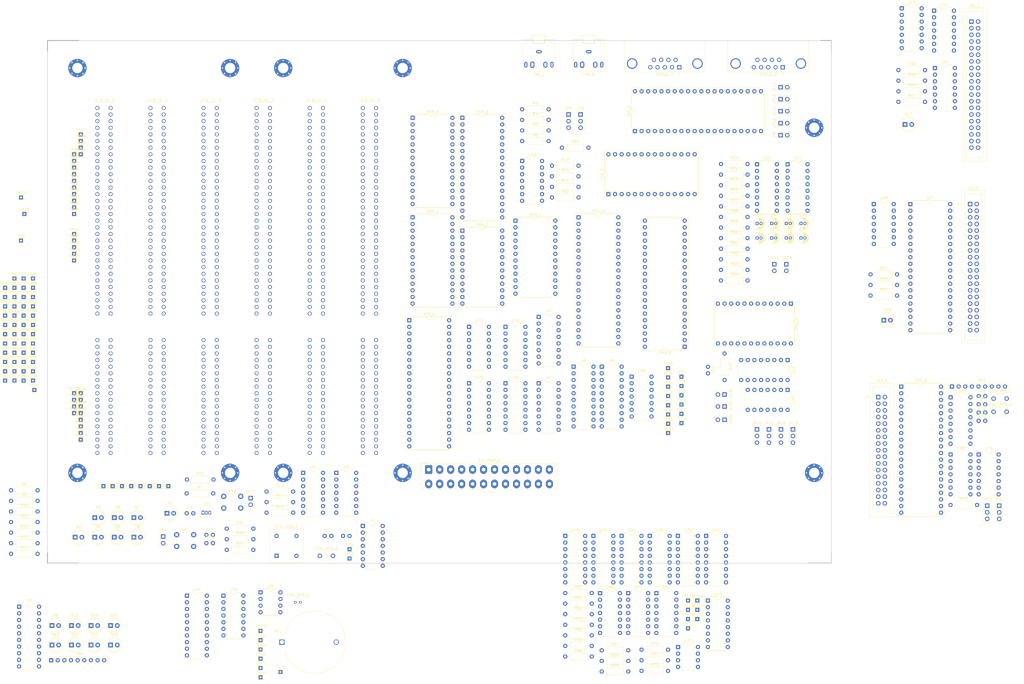
<source format=kicad_pcb>
(kicad_pcb (version 20241229) (generator "pcbnew") (generator_version "9.0")
  (title_block (title "Carbon Z80 Model 150") (date "2025-08-29") (rev "1") (company "Jules Carboni") (comment 1 "Decimal ATX Motherboard (dATX)") (comment 2 "dATX:   300×200 mm") (comment 3 "ISO A4: 297×210 mm"))
  (layers (0 "F.Cu" signal) (2 "B.Cu" signal) (13 "F.Paste" user) (15 "B.Paste" user) (5 "F.SilkS" user "F.Silkscreen") (7 "B.SilkS" user "B.Silkscreen") (1 "F.Mask" user) (3 "B.Mask" user) (25 "Edge.Cuts" user))
  (net 0 "")
  (net 383 "Net-(JP27-B)")
  (net 385 "Net-(FDC_0-CLK2)")
  (net 386 "Net-(D17-K)")
  (net 396 "GND")
  (net 397 "+3.3V")
  (net 398 "+5V")
  (net 399 "+12V")
  (net 400 "-12V")
  (net 401 "PWR_OK")
  (net 402 "-5V")
  (net 403 "PS_ON")
  (net 404 "+5VSB")
  (net 405 "Net-(C2-Pad2)")
  (net 406 "Net-(C2-Pad1)")
  (net 407 "Net-(R2-Pad2)")
  (net 408 "BUSAK")
  (net 409 "CLK")
  (net 410 "RESET")
  (net 411 "MREQ")
  (net 412 "RFSH")
  (net 413 "NMI")
  (net 414 "INT")
  (net 415 "IORQ")
  (net 416 "M1")
  (net 417 "WAIT")
  (net 418 "HALT")
  (net 419 "RD")
  (net 420 "WR")
  (net 421 "BUSRQ")
  (net 422 "Net-(JP4-A)")
  (net 423 "Net-(D1-K)")
  (net 424 "Net-(D2-K)")
  (net 425 "CLK2")
  (net 426 "Net-(D3-K)")
  (net 427 "Net-(D4-K)")
  (net 428 "Net-(D5-K)")
  (net 429 "Net-(D6-K)")
  (net 430 "Net-(D7-K)")
  (net 431 "Net-(D8-K)")
  (net 432 "SEL_RAM")
  (net 433 "Net-(JP5-B)")
  (net 434 "Net-(JP5-A)")
  (net 435 "Net-(JP6-B)")
  (net 436 "SEL_ROM")
  (net 437 "Net-(JP6-A)")
  (net 438 "Net-(R7-Pad2)")
  (net 439 "Net-(R16-Pad2)")
  (net 440 "Net-(R17-Pad2)")
  (net 441 "MA15")
  (net 460 "MA16")
  (net 463 "MA18")
  (net 465 "MA17")
  (net 533 "Net-(C1-Pad2)")
  (net 534 "SEL_CTC")
  (net 535 "IE_1")
  (net 536 "IE_0")
  (net 537 "Net-(D9-K)")
  (net 538 "Net-(D9-A)")
  (net 539 "Net-(D10-A)")
  (net 540 "Net-(D10-K)")
  (net 541 "Net-(D11-K)")
  (net 542 "Net-(D11-A)")
  (net 543 "Net-(D12-A)")
  (net 544 "Net-(D12-K)")
  (net 545 "Net-(D13-A)")
  (net 546 "Net-(D13-K)")
  (net 547 "Net-(D14-K)")
  (net 548 "Net-(D14-A)")
  (net 549 "Net-(D15-K)")
  (net 550 "Net-(D15-A)")
  (net 551 "Net-(D16-A)")
  (net 552 "Net-(D16-K)")
  (net 553 "IE_2")
  (net 554 "IE_3")
  (net 555 "CLK_768")
  (net 556 "Net-(SIO_0-C{slash}~{D})")
  (net 558 "Net-(CTC_0-ZC{slash}TO0)")
  (net 559 "Net-(CTC_0-CLK{slash}TRG0)")
  (net 560 "Net-(JP10-B)")
  (net 561 "Net-(CTC_0-CLK{slash}TRG3)")
  (net 562 "Net-(U10-C1+)")
  (net 563 "Net-(U10-C1-)")
  (net 564 "Net-(U10-C2-)")
  (net 565 "Net-(U10-C2+)")
  (net 566 "Net-(U10-VS+)")
  (net 567 "Net-(U10-VS-)")
  (net 568 "Net-(U11-C1-)")
  (net 569 "Net-(U11-C1+)")
  (net 570 "Net-(U11-C2+)")
  (net 571 "Net-(U11-C2-)")
  (net 572 "Net-(U11-VS+)")
  (net 573 "Net-(U11-VS-)")
  (net 574 "Net-(SIO_0-~{RTSB})")
  (net 575 "Net-(U11-T2I)")
  (net 576 "Net-(U11-R2O)")
  (net 577 "Net-(SIO_0-~{CTSB})")
  (net 578 "Net-(U10-T2I)")
  (net 579 "Net-(U10-R2O)")
  (net 580 "Net-(U11-R1O)")
  (net 581 "RXB")
  (net 582 "TXB")
  (net 583 "Net-(U11-T1I)")
  (net 584 "RXA")
  (net 585 "Net-(U10-R1O)")
  (net 586 "Net-(U10-T1I)")
  (net 587 "TXA")
  (net 588 "Net-(U10-R1I)")
  (net 589 "Net-(U10-T1O)")
  (net 590 "Net-(U10-T2O)")
  (net 591 "Net-(U10-R2I)")
  (net 592 "Net-(U11-R1I)")
  (net 593 "Net-(U11-T2O)")
  (net 594 "Net-(U11-T1O)")
  (net 595 "Net-(U11-R2I)")
  (net 596 "Net-(FDC_0-CLK1)")
  (net 597 "Net-(C17-Pad2)")
  (net 598 "TX")
  (net 599 "RX")
  (net 600 "RTSA")
  (net 601 "TX2")
  (net 602 "CTSA")
  (net 603 "RX2")
  (net 604 "IRQ2")
  (net 605 "IRQ7")
  (net 606 "IRQ1")
  (net 607 "IRQ5")
  (net 609 "IRQ4")
  (net 610 "IRQ3")
  (net 611 "SEL_PIO")
  (net 612 "IRQ_FPU")
  (net 613 "IRQ6")
  (net 614 "IRQ_IDE")
  (net 615 "IRQ0")
  (net 616 "Net-(PIO_0-~{M1})")
  (net 617 "IRQ_FDC")
  (net 618 "Net-(R35-Pad2)")
  (net 619 "RD_FPU")
  (net 622 "Net-(IDE_0-Pin_37)")
  (net 635 "Net-(IDE_0-Pin_39)")
  (net 640 "Net-(IDE_0-Pin_29)")
  (net 642 "Net-(IDE_0-Pin_38)")
  (net 643 "Net-(FPU_0-CLK)")
  (net 644 "WR_FPU")
  (net 645 "Net-(JP27-A)")
  (net 646 "Net-(JP25-A)")
  (net 647 "Net-(U9-Cp)")
  (net 651 "Net-(U4B-A0)")
  (net 652 "ADDRESS")
  (net 653 "Net-(U4A-A0)")
  (net 658 "Net-(D18-K)")
  (net 659 "Net-(IDE_0-Pin_36)")
  (net 662 "Net-(IDE_0-Pin_23)")
  (net 673 "Net-(U8-~{E1})")
  (net 674 "Net-(U12-Pad3)")
  (net 675 "Net-(U13A-~{R})")
  (net 676 "Net-(U13A-Q)")
  (net 679 "Net-(U13B-Q)")
  (net 681 "Net-(U14-Pad3)")
  (net 682 "Net-(IDE_0-Pin_25)")
  (net 683 "Net-(IDE_0-Pin_35)")
  (net 684 "Net-(IDE_0-Pin_1)")
  (net 685 "Net-(IDE_0-Pin_21)")
  (net 686 "Net-(IDE_0-Pin_33)")
  (net 690 "Net-(U12-Pad10)")
  (net 691 "SEL_FDC")
  (net 692 "SEL_FPU")
  (net 693 "Net-(C22-Pad2)")
  (net 694 "Net-(C22-Pad1)")
  (net 695 "Net-(C24-Pad1)")
  (net 696 "Net-(C25-Pad1)")
  (net 697 "Net-(C25-Pad2)")
  (net 698 "Net-(C27-Pad1)")
  (net 699 "Net-(C28-Pad2)")
  (net 700 "Net-(C28-Pad1)")
  (net 710 "Net-(JP29-B)")
  (net 712 "Net-(JP30-B)")
  (net 713 "Net-(FPU_0-RESET)")
  (net 714 "Net-(FPU_0-~{EACK})")
  (net 715 "Net-(R46-Pad2)")
  (net 716 "Net-(R48-Pad2)")
  (net 717 "Net-(FDC_0-~{STEP})")
  (net 718 "Net-(FDC_0-~{DS4}~{MO2})")
  (net 719 "Net-(FDC_0-~{WE})")
  (net 720 "Net-(FDC_0-~{DS3}~{MO1})")
  (net 721 "Net-(FDC_0-~{DS1})")
  (net 722 "Net-(FDC_0-~{WD})")
  (net 723 "Net-(FDC_0-RST)")
  (net 724 "Net-(FDC_0-~{HS})")
  (net 725 "Net-(FDC_0-~{TR00})")
  (net 726 "Net-(FDC_0-~{DS2})")
  (net 727 "Net-(FDC_0-WP)")
  (net 728 "Net-(FDC_0-~{RDD})")
  (net 729 "Net-(FDC_0-~{DIRC})")
  (net 730 "Net-(FDC_0-~{RPM}~{RWC})")
  (net 731 "Net-(JP7-A)")
  (net 732 "Net-(FDC_0-~{DACK})")
  (net 733 "Net-(FDC_0-~{LDCR})")
  (net 734 "Net-(FDC_0-~{LDOR})")
  (net 735 "Net-(FDC_0-TC)")
  (net 736 "Net-(FDC_0-~{CS})")
  (net 737 "Net-(FDD_0-Pin_6)")
  (net 738 "Net-(FDD_0-Pin_3)")
  (net 739 "Net-(JP23-A)")
  (net 740 "Net-(JP23-B)")
  (net 741 "Net-(JP24-A)")
  (net 746 "Net-(U5-P=R)")
  (net 754 "Net-(U6-Q4)")
  (net 759 "Net-(U6-Q1)")
  (net 761 "Net-(U6-Q3)")
  (net 763 "Net-(U6-Q2)")
  (net 765 "Net-(U20-~{Y7})")
  (net 766 "DATA")
  (net 767 "Net-(U20-~{Y1})")
  (net 774 "Net-(U21B-D)")
  (net 775 "Net-(U21A-D)")
  (net 788 "DREQ2")
  (net 790 "BUSREQ")
  (net 791 "DREQ3")
  (net 792 "BUSACK")
  (net 793 "DACK0")
  (net 794 "Net-(IDE_1-Pin_34)")
  (net 795 "DACK2")
  (net 796 "RESET2")
  (net 797 "DACK1")
  (net 798 "DREQ0")
  (net 800 "Net-(IDE_1-Pin_37)")
  (net 801 "DACK3")
  (net 802 "DREQ1")
  (net 803 "SEL_RTC")
  (net 805 "Net-(U24-Cp)")
  (net 806 "Net-(U25-I{slash}O)")
  (net 807 "Net-(BT1-+)")
  (net 808 "Net-(U24-Q3)")
  (net 809 "Net-(U25-X2)")
  (net 810 "Net-(U24-Q2)")
  (net 811 "Net-(U25-X1)")
  (net 812 "Net-(U24-Q4)")
  (net 814 "Net-(U24-Q5)")
  (net 817 "SEL_DMA")
  (net 818 "RDY")
  (net 819 "RDYA")
  (net 820 "RDYB")
  (net 821 "Net-(RAM_2-~{CS})")
  (net 822 "Net-(RAM_1-~{CS})")
  (net 842 "Net-(U1-Pad12)")
  (net 843 "Net-(U1-Pad13)")
  (net 858 "Net-(IDE_1-Pin_39)")
  (net 861 "Net-(IDE_1-Pin_23)")
  (net 864 "Net-(IDE_1-Pin_25)")
  (net 866 "Net-(IDE_1-Pin_29)")
  (net 868 "Net-(IDE_1-Pin_38)")
  (net 893 "TCB")
  (net 894 "Net-(JP35-B)")
  (net 895 "Net-(JP36-B)")
  (net 896 "Net-(U34B-~{Q})")
  (net 897 "Net-(R63-Pad1)")
  (net 898 "Net-(U37-DIS)")
  (net 899 "Net-(R65-Pad1)")
  (net 900 "Net-(C34-Pad2)")
  (net 901 "Net-(R66-Pad2)")
  (net 902 "Net-(R67-Pad1)")
  (net 903 "TAPE_IN_RAW")
  (net 904 "Net-(C35-Pad1)")
  (net 905 "Net-(U43-R2)")
  (net 906 "Net-(U43-R1)")
  (net 907 "Net-(U43-PC2)")
  (net 908 "Net-(U43-VCOin)")
  (net 909 "RCB")
  (net 910 "SEL_SIO")
  (net 912 "TAPE_OUT")
  (net 913 "Net-(C34-Pad1)")
  (net 914 "Net-(JP35-A)")
  (net 918 "Net-(JP2-B)")
  (net 920 "SEL_LIO")
  (net 921 "Net-(U29-~{E1})")
  (net 922 "Net-(U15-Pad1)")
  (net 923 "Net-(U23-Pad3)")
  (net 924 "TAPE_IN")
  (net 928 "Net-(U27-PC3)")
  (net 929 "Net-(U27-PC4)")
  (net 933 "Net-(U27-PC5)")
  (net 936 "Net-(U27-PA7)")
  (net 941 "Net-(U27-PC6)")
  (net 948 "Net-(U27-PC7)")
  (net 953 "SEL_IDE")
  (net 958 "Net-(U27-RESET)")
  (net 959 "TAPE_SPD_H")
  (net 961 "TAPE_SPD_L")
  (net 966 "Net-(U37-THR)")
  (net 967 "Net-(JP38-B)")
  (net 968 "Net-(U37-CV)")
  (net 969 "Net-(U12-Pad8)")
  (net 970 "Net-(U12-Pad11)")
  (net 971 "Net-(U12-Pad13)")
  (net 972 "TAPE_MOTOR")
  (net 1022 "Net-(U8-~{Y6})")
  (net 1023 "Net-(U8-~{Y7})")
  (net 1025 "Net-(U29-~{Y2})")
  (net 1026 "Net-(U29-~{Y0})")
  (net 1027 "Net-(U29-~{Y1})")
  (net 1032 "Net-(U42B-D)")
  (net 1033 "Net-(U39-CEP)")
  (net 1034 "Net-(U43-SigIn)")
  (net 1035 "Net-(TP117-Pad1)")
  (net 1036 "Net-(U16-Q3)")
  (net 1037 "Net-(U34B-J)")
  (net 1038 "SEL_CF")
  (net 1039 "Net-(U16-Q0)")
  (net 1040 "Net-(U16-Q2)")
  (net 1041 "Net-(JP37-A)")
  (net 1043 "Net-(U16-Q1)")
  (net 1053 "Net-(U30-Pad6)")
  (net 1056 "Net-(JP43-B)")
  (net 1057 "Net-(U39-~{MR})")
  (net 1058 "Net-(JP40-B)")
  (net 1059 "Net-(U42A-C)")
  (net 1060 "Net-(U36-Zb)")
  (net 1061 "Net-(U36-Za)")
  (net 1062 "Net-(JP41-B)")
  (net 1063 "Net-(JP42-B)")
  (net 1064 "Net-(U42B-Q)")
  (net 1065 "Net-(U35A-J)")
  (net 1068 "Net-(U38-Pad4)")
  (net 1071 "Net-(U39-Q2)")
  (net 1073 "Net-(U39-Q3)")
  (net 1074 "Net-(U40-Pad10)")
  (net 1075 "Net-(U42A-Q)")
  (net 1077 "Net-(U41-Q3)")
  (net 1081 "Net-(U41-CP)")
  (net 1084 "Net-(U43-C1)")
  (net 1087 "Net-(U43-C2)")
  (footprint "TestPoint:TestPoint_THTPad_1.5x1.5mm_Drill0.7mm" (layer "F.Cu") (at 67.31 205.74 90)
    (property "Reference" "TP5")
    (property "Value" "-12V")
  )
  (footprint "TestPoint:TestPoint_THTPad_1.5x1.5mm_Drill0.7mm" (layer "F.Cu") (at 44.45 187.96)
    (property "Reference" "TP113")
    (property "Value" "DACK3")
  )
  (footprint "Package_DIP:DIP-28_W15.24mm_Socket" (layer "F.Cu") (at 171.45 102.87)
    (property "Reference" "ROM_1")
    (property "Value" "W27C512")
  )
  (footprint "Resistor_THT:R_Axial_DIN0207_L6.3mm_D2.5mm_P10.16mm_Horizontal" (layer "F.Cu") (at 289.47 114.87)
    (property "Reference" "R31")
    (property "Value" "2K2")
  )
  (footprint "Capacitor_THT:CP_Radial_D4.0mm_P1.50mm" (layer "F.Cu") (at 320.099204 110.76)
    (property "Reference" "C14")
    (property "Value" "1uF")
  )
  (footprint "Resistor_THT:R_Axial_DIN0207_L6.3mm_D2.5mm_P10.16mm_Horizontal" (layer "F.Cu") (at 243.83 268.57)
    (property "Reference" "R67")
    (property "Value" "100K")
  )
  (footprint "Resistor_THT:R_Axial_DIN0207_L6.3mm_D2.5mm_P10.16mm_Horizontal" (layer "F.Cu") (at 17.78 219.47)
    (property "Reference" "R11")
    (property "Value" "R")
  )
  (footprint "Connector_PinHeader_2.54mm:PinHeader_1x02_P2.54mm_Vertical" (layer "F.Cu") (at 290.835 180.34 -90)
    (property "Reference" "JP30")
    (property "Value" "FPU_CLKd4")
  )
  (footprint "Resistor_THT:R_Axial_DIN0207_L6.3mm_D2.5mm_P10.16mm_Horizontal" (layer "F.Cu") (at 259.07 268.33)
    (property "Reference" "R70")
    (property "Value" "390K")
  )
  (footprint "TestPoint:TestPoint_THTPad_1.5x1.5mm_Drill0.7mm" (layer "F.Cu") (at 26.15 165.33)
    (property "Reference" "TP96")
    (property "Value" "D14")
  )
  (footprint "TestPoint:TestPoint_THTPad_1.5x1.5mm_Drill0.7mm" (layer "F.Cu") (at 41.91 88.9)
    (property "Reference" "TP14")
    (property "Value" "RD")
  )
  (footprint "TestPoint:TestPoint_THTPad_1.5x1.5mm_Drill0.7mm" (layer "F.Cu") (at 41.91 175.26)
    (property "Reference" "TP104")
    (property "Value" "IRQ6")
  )
  (footprint "Connector_PinHeader_2.54mm:PinHeader_1x02_P2.54mm_Vertical" (layer "F.Cu") (at 290.835 170.67 -90)
    (property "Reference" "JP28")
    (property "Value" "FPU_CLKd1")
  )
  (footprint "Carboni_Library:JC100_Bus_16b" (layer "F.Cu") (at 73.66 60.96)
    (property "Reference" "JCBUS_4")
    (property "Value" "JC100" (hide yes))
  )
  (footprint "Resistor_THT:R_Array_SIP9" (layer "F.Cu") (at 377.87 167.61)
    (property "Reference" "RN2")
    (property "Value" "10K")
  )
  (footprint "Capacitor_THT:C_Disc_D3.0mm_W1.6mm_P2.50mm" (layer "F.Cu") (at 92.53 224.4)
    (property "Reference" "C16")
    (property "Value" "100nF")
  )
  (footprint "TestPoint:TestPoint_THTPad_1.5x1.5mm_Drill0.7mm" (layer "F.Cu") (at 19.05 144.03)
    (property "Reference" "TP66")
    (property "Value" "A16")
  )
  (footprint "HOLE" (layer "F.Cu") (at 101.6048 45.72)
    (property "Reference" "")
    (property "Value" "")
  )
  (footprint "Package_DIP:DIP-14_W7.62mm" (layer "F.Cu") (at 253.96 246.67)
    (property "Reference" "U40")
    (property "Value" "74LS00")
  )
  (footprint "Connector_IDC:IDC-Header_2x20_P2.54mm_Vertical" (layer "F.Cu") (at 385.3275 27.94)
    (property "Reference" "IDE_1")
    (property "Value" "CompactFlash")
  )
  (footprint "Capacitor_THT:CP_Radial_D4.0mm_P1.50mm" (layer "F.Cu") (at 303.284801 105.21)
    (property "Reference" "C7")
    (property "Value" "1uF")
  )
  (footprint "Resistor_THT:R_Axial_DIN0207_L6.3mm_D2.5mm_P10.16mm_Horizontal" (layer "F.Cu") (at 357.3875 46.51)
    (property "Reference" "R38")
    (property "Value" "4K7")
  )
  (footprint "Package_DIP:DIP-8_W7.62mm_Socket" (layer "F.Cu") (at 113.247454 246.38)
    (property "Reference" "U25")
    (property "Value" "DS1302+")
  )
  (footprint "TestPoint:TestPoint_THTPad_1.5x1.5mm_Drill0.7mm" (layer "F.Cu") (at 113.247454 278.88)
    (property "Reference" "TP48")
    (property "Value" "TAPE_MOTOR")
  )
  (footprint "TestPoint:TestPoint_THTPad_1.5x1.5mm_Drill0.7mm" (layer "F.Cu") (at 44.45 73.66)
    (property "Reference" "TP28")
    (property "Value" "RX2")
  )
  (footprint "HOLE" (layer "F.Cu") (at 43.1848 200.66)
    (property "Reference" "")
    (property "Value" "")
  )
  (footprint "Resistor_THT:R_Axial_DIN0207_L6.3mm_D2.5mm_P10.16mm_Horizontal" (layer "F.Cu") (at 289.47 106.77)
    (property "Reference" "R29")
    (property "Value" "2K2")
  )
  (footprint "HOLE" (layer "F.Cu") (at 167.6448 45.72)
    (property "Reference" "")
    (property "Value" "")
  )
  (footprint "Resistor_THT:R_Axial_DIN0207_L6.3mm_D2.5mm_P10.16mm_Horizontal" (layer "F.Cu") (at 213.36 65.56)
    (property "Reference" "R4")
    (property "Value" "10K")
  )
  (footprint "TestPoint:TestPoint_THTPad_1.5x1.5mm_Drill0.7mm" (layer "F.Cu") (at 44.45 185.42)
    (property "Reference" "TP112")
    (property "Value" "DREQ3")
  )
  (footprint "TestPoint:TestPoint_THTPad_1.5x1.5mm_Drill0.7mm" (layer "F.Cu") (at 19.05 126.28)
    (property "Reference" "TP61")
    (property "Value" "A11")
  )
  (footprint "Package_DIP:DIP-16_W7.62mm" (layer "F.Cu") (at 229.87 224.79)
    (property "Reference" "U16")
    (property "Value" "74LS161")
  )
  (footprint "Package_DIP:DIP-14_W7.62mm" (layer "F.Cu") (at 371.0175 23.77)
    (property "Reference" "U17")
    (property "Value" "74LS00")
  )
  (footprint "Package_DIP:DIP-16_W7.62mm_Socket" (layer "F.Cu") (at 314.96 82.55)
    (property "Reference" "U11")
    (property "Value" "MAX232")
  )
  (footprint "TestPoint:TestPoint_THTPad_1.5x1.5mm_Drill0.7mm" (layer "F.Cu") (at 147.32 229.87)
    (property "Reference" "TP9")
    (property "Value" "CLK")
  )
  (footprint "TestPoint:TestPoint_THTPad_1.5x1.5mm_Drill0.7mm" (layer "F.Cu") (at 276.85 256.62)
    (property "Reference" "TP116")
    (property "Value" "TAPE_RD")
  )
  (footprint "Package_DIP:DIP-8_W7.62mm" (layer "F.Cu") (at 273.04 267.3)
    (property "Reference" "U37")
    (property "Value" "LM555xN")
  )
  (footprint "LED_THT:LED_D5.0mm" (layer "F.Cu") (at 55.88 259.08)
    (property "Reference" "D15")
    (property "Value" "L2")
  )
  (footprint "TestPoint:TestPoint_THTPad_1.5x1.5mm_Drill0.7mm" (layer "F.Cu") (at 41.91 99.06)
    (property "Reference" "TP18")
    (property "Value" "WAIT")
  )
  (footprint "TestPoint:TestPoint_THTPad_1.5x1.5mm_Drill0.7mm" (layer "F.Cu") (at 113.247454 271.78)
    (property "Reference" "TP46")
    (property "Value" "TAPE_SPD_H")
  )
  (footprint "Connector_PinHeader_2.54mm:PinHeader_1x02_P2.54mm_Vertical" (layer "F.Cu") (at 314.47 120.79)
    (property "Reference" "JP32")
    (property "Value" "DMA_RDYB")
  )
  (footprint "Package_DIP:DIP-16_W7.62mm" (layer "F.Cu") (at 207.01 166.37)
    (property "Reference" "U8")
    (property "Value" "74HCT138")
  )
  (footprint "Resistor_THT:R_Axial_DIN0207_L6.3mm_D2.5mm_P10.16mm_Horizontal" (layer "F.Cu") (at 224.79 95.25)
    (property "Reference" "R22")
    (property "Value" "100K")
  )
  (footprint "Package_DIP:DIP-40_W15.24mm_Socket" (layer "F.Cu") (at 234.95 102.87)
    (property "Reference" "CPU_0")
    (property "Value" "Z80CPU-DIP")
  )
  (footprint "Capacitor_THT:CP_Radial_D4.0mm_P1.50mm" (layer "F.Cu") (at 320.099204 105.21)
    (property "Reference" "C13")
    (property "Value" "1uF")
  )
  (footprint "Package_DIP:DIP-14_W7.62mm" (layer "F.Cu") (at 207.01 144.78)
    (property "Reference" "U15")
    (property "Value" "74LS02")
  )
  (footprint "TestPoint:TestPoint_THTPad_1.5x1.5mm_Drill0.7mm" (layer "F.Cu") (at 70.86 205.74 90)
    (property "Reference" "TP6")
    (property "Value" "+3.3V")
  )
  (footprint "LED_THT:LED_D5.0mm" (layer "F.Cu") (at 359.9275 67.31)
    (property "Reference" "D17")
    (property "Value" "BUSY_CF")
  )
  (footprint "HOLE" (layer "F.Cu") (at 325.1248 200.66)
    (property "Reference" "")
    (property "Value" "")
  )
  (footprint "Resistor_THT:R_Axial_DIN0207_L6.3mm_D2.5mm_P10.16mm_Horizontal" (layer "F.Cu") (at 259.07 276.43)
    (property "Reference" "R72")
    (property "Value" "390K")
  )
  (footprint "TestPoint:TestPoint_THTPad_1.5x1.5mm_Drill0.7mm" (layer "F.Cu") (at 44.45 71.12)
    (property "Reference" "TP27")
    (property "Value" "TX2")
  )
  (footprint "Package_DIP:DIP-32_W15.24mm_Socket" (layer "F.Cu") (at 190.5 64.77)
    (property "Reference" "RAM_0")
    (property "Value" "AS6C4008")
  )
  (footprint "TestPoint:TestPoint_THTPad_1.5x1.5mm_Drill0.7mm" (layer "F.Cu") (at 274.32 170.96)
    (property "Reference" "TP39")
    (property "Value" "SEL_RTC")
  )
  (footprint "HOLE" (layer "F.Cu") (at 43.1848 45.72)
    (property "Reference" "")
    (property "Value" "")
  )
  (footprint "Connector_PinHeader_2.54mm:PinHeader_1x02_P2.54mm_Vertical" (layer "F.Cu") (at 290.835 175.26 -90)
    (property "Reference" "JP29")
    (property "Value" "FPU_CLKd2")
  )
  (footprint "Resistor_THT:R_Axial_DIN0207_L6.3mm_D2.5mm_P10.16mm_Horizontal" (layer "F.Cu") (at 357.3875 54.61)
    (property "Reference" "R40")
    (property "Value" "4K7")
  )
  (footprint "TestPoint:TestPoint_THTPad_1.5x1.5mm_Drill0.7mm" (layer "F.Cu") (at 19.05 161.78)
    (property "Reference" "TP71")
    (property "Value" "A21")
  )
  (footprint "Resistor_THT:R_Axial_DIN0207_L6.3mm_D2.5mm_P10.16mm_Horizontal" (layer "F.Cu") (at 346.71 124.695)
    (property "Reference" "R52")
    (property "Value" "10K")
  )
  (footprint "Resistor_THT:R_Axial_DIN0207_L6.3mm_D2.5mm_P10.16mm_Horizontal" (layer "F.Cu") (at 213.36 61.51)
    (property "Reference" "R3")
    (property "Value" "10K")
  )
  (footprint "Package_DIP:DIP-14_W7.62mm" (layer "F.Cu") (at 193.045 144.78)
    (property "Reference" "U12")
    (property "Value" "74LS00")
  )
  (footprint "LED_THT:LED_D5.0mm" (layer "F.Cu") (at 64.77 217.8)
    (property "Reference" "D7")
    (property "Value" "3.3V")
  )
  (footprint "TestPoint:TestPoint_THTPad_1.5x1.5mm_Drill0.7mm" (layer "F.Cu") (at 41.91 93.98)
    (property "Reference" "TP19")
    (property "Value" "INT")
  )
  (footprint "TestPoint:TestPoint_THTPad_1.5x1.5mm_Drill0.7mm" (layer "F.Cu") (at 22.6 151.13)
    (property "Reference" "TP80")
    (property "Value" "A30")
  )
  (footprint "Package_DIP:DIP-14_W7.62mm" (layer "F.Cu") (at 388.11 193.62)
    (property "Reference" "U19")
    (property "Value" "74LS04")
  )
  (footprint "TestPoint:TestPoint_THTPad_1.5x1.5mm_Drill0.7mm" (layer "F.Cu") (at 269.24 178.32)
    (property "Reference" "TP34")
    (property "Value" "SEL_RAM")
  )
  (footprint "Resistor_THT:R_Axial_DIN0207_L6.3mm_D2.5mm_P10.16mm_Horizontal" (layer "F.Cu") (at 377.32 212.94)
    (property "Reference" "R42")
    (property "Value" "1K")
  )
  (footprint "Button_Switch_THT:SW_PUSH_6mm" (layer "F.Cu") (at 81.16 224.32)
    (property "Reference" "SW1")
    (property "Value" "RESET")
  )
  (footprint "TestPoint:TestPoint_THTPad_1.5x1.5mm_Drill0.7mm" (layer "F.Cu") (at 276.85 249.52)
    (property "Reference" "TP114")
    (property "Value" "TAPE_RE")
  )
  (footprint "TestPoint:TestPoint_THTPad_1.5x1.5mm_Drill0.7mm" (layer "F.Cu") (at 22.6 154.68)
    (property "Reference" "TP81")
    (property "Value" "A31")
  )
  (footprint "Connector_PinHeader_2.54mm:PinHeader_1x03_P2.54mm_Vertical" (layer "F.Cu") (at 303.24 184.01)
    (property "Reference" "JP16")
    (property "Value" "TX1")
  )
  (footprint "Package_DIP:DIP-14_W7.62mm" (layer "F.Cu") (at 377.33 193.62)
    (property "Reference" "U18")
    (property "Value" "74AHCT125")
  )
  (footprint "Resistor_THT:R_Axial_DIN0207_L6.3mm_D2.5mm_P10.16mm_Horizontal" (layer "F.Cu") (at 289.47 82.47)
    (property "Reference" "R23")
    (property "Value" "2K2")
  )
  (footprint "Connector_PinHeader_2.54mm:PinHeader_1x02_P2.54mm_Vertical" (layer "F.Cu") (at 75.98 225.01)
    (property "Reference" "JP4")
    (property "Value" "RESET")
  )
  (footprint "LED_THT:LED_D5.0mm" (layer "F.Cu") (at 64.77 225.27)
    (property "Reference" "D8")
    (property "Value" "-5V")
  )
  (footprint "TestPoint:TestPoint_THTPad_1.5x1.5mm_Drill0.7mm" (layer "F.Cu") (at 41.91 177.8)
    (property "Reference" "TP105")
    (property "Value" "IRQ7")
  )
  (footprint "TestPoint:TestPoint_THTPad_1.5x1.5mm_Drill0.7mm" (layer "F.Cu") (at 41.91 86.36)
    (property "Reference" "TP15")
    (property "Value" "WR")
  )
  (footprint "Package_DIP:DIP-20_W7.62mm" (layer "F.Cu") (at 233.06 160.02)
    (property "Reference" "U5")
    (property "Value" "74HCT688")
  )
  (footprint "Resistor_THT:R_Axial_DIN0207_L6.3mm_D2.5mm_P10.16mm_Horizontal" (layer "F.Cu") (at 213.36 73.66)
    (property "Reference" "R6")
    (property "Value" "10K")
  )
  (footprint "TestPoint:TestPoint_THTPad_1.5x1.5mm_Drill0.7mm" (layer "F.Cu") (at 44.45 175.26)
    (property "Reference" "TP108")
    (property "Value" "DREQ1")
  )
  (footprint "Connector_PinHeader_2.54mm:PinHeader_1x02_P2.54mm_Vertical" (layer "F.Cu") (at 312.28 57.64 90)
    (property "Reference" "JP13")
    (property "Value" "CLK_SIOB")
  )
  (footprint "TestPoint:TestPoint_THTPad_1.5x1.5mm_Drill0.7mm" (layer "F.Cu") (at 22.6 161.78)
    (property "Reference" "TP83")
    (property "Value" "D1")
  )
  (footprint "Carboni_Library:JC100_Bus_16b" (layer "F.Cu") (at 114.3 60.96)
    (property "Reference" "JCBUS_2")
    (property "Value" "JC100" (hide yes))
  )
  (footprint "Package_DIP:DIP-28_W15.24mm_Socket" (layer "F.Cu") (at 171.45 64.77)
    (property "Reference" "ROM_0")
    (property "Value" "W27C512")
  )
  (footprint "TestPoint:TestPoint_THTPad_1.5x1.5mm_Drill0.7mm" (layer "F.Cu") (at 280.4 249.52)
    (property "Reference" "TP118")
    (property "Value" "TAPE_TD")
  )
  (footprint "LED_THT:LED_D5.0mm" (layer "F.Cu") (at 33.44 266.55)
    (property "Reference" "D10")
    (property "Value" "L7")
  )
  (footprint "LED_THT:LED_D5.0mm" (layer "F.Cu") (at 48.4 266.55)
    (property "Reference" "D14")
    (property "Value" "L3")
  )
  (footprint "Capacitor_THT:C_Disc_D3.0mm_W1.6mm_P2.50mm" (layer "F.Cu") (at 284.485 160.06 -90)
    (property "Reference" "C22")
    (property "Value" "100nF")
  )
  (footprint "Resistor_THT:R_Axial_DIN0207_L6.3mm_D2.5mm_P10.16mm_Horizontal" (layer "F.Cu") (at 84.97 208.5)
    (property "Reference" "R7")
    (property "Value" "R")
  )
  (footprint "Resistor_THT:R_Axial_DIN0207_L6.3mm_D2.5mm_P10.16mm_Horizontal" (layer "F.Cu") (at 115.57 211.85)
    (property "Reference" "R17")
    (property "Value" "100K")
  )
  (footprint "TestPoint:TestPoint_THTPad_1.5x1.5mm_Drill0.7mm" (layer "F.Cu") (at 26.15 140.48)
    (property "Reference" "TP89")
    (property "Value" "D7")
  )
  (footprint "TestPoint:TestPoint_THTPad_1.5x1.5mm_Drill0.7mm" (layer "F.Cu") (at 22.6 133.38)
    (property "Reference" "TP75")
    (property "Value" "A25")
  )
  (footprint "TestPoint:TestPoint_THTPad_1.5x1.5mm_Drill0.7mm" (layer "F.Cu") (at 276.85 260.17)
    (property "Reference" "TP117")
    (property "Value" "TAPE_RB")
  )
  (footprint "TestPoint:TestPoint_THTPad_1.5x1.5mm_Drill0.7mm" (layer "F.Cu") (at 63.76 205.74 90)
    (property "Reference" "TP4")
    (property "Value" "-5V")
  )
  (footprint "Package_DIP:DIP-40_W15.24mm_Socket" (layer "F.Cu") (at 361.95 97.79)
    (property "Reference" "U27")
    (property "Value" "82C55A")
  )
  (footprint "LED_THT:LED_D5.0mm" (layer "F.Cu") (at 351.79 142.235)
    (property "Reference" "D18")
    (property "Value" "BUSY_IDE")
  )
  (footprint "Resistor_THT:R_Axial_DIN0207_L6.3mm_D2.5mm_P10.16mm_Horizontal" (layer "F.Cu") (at 224.79 87.15)
    (property "Reference" "R20")
    (property "Value" "100K")
  )
  (footprint "LED_THT:LED_D5.0mm" (layer "F.Cu") (at 40.92 266.55)
    (property "Reference" "D12")
    (property "Value" "L5")
  )
  (footprint "Connector_PinHeader_2.54mm:PinHeader_1x02_P2.54mm_Vertical" (layer "F.Cu") (at 312.28 62.23 90)
    (property "Reference" "JP12")
    (property "Value" "CTC_SIOA")
  )
  (footprint "TestPoint:TestPoint_THTPad_1.5x1.5mm_Drill0.7mm" (layer "F.Cu") (at 74.41 205.74 90)
    (property "Reference" "TP7")
    (property "Value" "PS_ON")
  )
  (footprint "Connector_PinHeader_2.54mm:PinHeader_1x03_P2.54mm_Vertical" (layer "F.Cu") (at 395.94 213.21)
    (property "Reference" "JP24")
    (property "Value" "FDC_JP2")
  )
  (footprint "Connector_Molex:Molex_Mini-Fit_Jr_5566-24A_2x12_P4.20mm_Vertical" (layer "F.Cu") (at 177.61 199.39)
    (property "Reference" "ATX_PWR_0")
    (property "Value" "Power Supply")
  )
  (footprint "Carboni_Library:JC100_Bus_16b" (layer "F.Cu") (at 134.62 60.96)
    (property "Reference" "JCBUS_1")
    (property "Value" "JC100" (hide yes))
  )
  (footprint "Capacitor_THT:CP_Radial_D4.0mm_P1.50mm" (layer "F.Cu") (at 303.284801 110.76)
    (property "Reference" "C8")
    (property "Value" "1uF")
  )
  (footprint "LED_THT:LED_D5.0mm" (layer "F.Cu") (at 77.47 216.12)
    (property "Reference" "D1")
    (property "Value" "RESET")
  )
  (footprint "LED_THT:LED_D5.0mm" (layer "F.Cu") (at 49.81 225.27)
    (property "Reference" "D4")
    (property "Value" "+5V")
  )
  (footprint "TestPoint:TestPoint_THTPad_1.5x1.5mm_Drill0.7mm" (layer "F.Cu") (at 77.96 205.74 90)
    (property "Reference" "TP8")
    (property "Value" "PWR_OK")
  )
  (footprint "TestPoint:TestPoint_THTPad_1.5x1.5mm_Drill0.7mm" (layer "F.Cu") (at 15.5 129.83)
    (property "Reference" "TP50")
    (property "Value" "A0")
  )
  (footprint "Package_DIP:DIP-16_W7.62mm" (layer "F.Cu") (at 251.43 224.79)
    (property "Reference" "U34")
    (property "Value" "74LS76")
  )
  (footprint "Resistor_THT:R_Axial_DIN0207_L6.3mm_D2.5mm_P10.16mm_Horizontal" (layer "F.Cu") (at 289.47 86.52)
    (property "Reference" "R24")
    (property "Value" "2K2")
  )
  (footprint "Package_DIP:DIP-14_W7.62mm" (layer "F.Cu") (at 152.4 220.98)
    (property "Reference" "U1")
    (property "Value" "74LS04")
  )
  (footprint "TestPoint:TestPoint_THTPad_1.5x1.5mm_Drill0.7mm" (layer "F.Cu") (at 41.91 91.44)
    (property "Reference" "TP11")
    (property "Value" "M1")
  )
  (footprint "Package_DIP:DIP-14_W7.62mm" (layer "F.Cu") (at 99.06 247.65)
    (property "Reference" "U26")
    (property "Value" "74AHCT125")
  )
  (footprint "TestPoint:TestPoint_THTPad_1.5x1.5mm_Drill0.7mm" (layer "F.Cu") (at 19.05 129.83)
    (property "Reference" "TP62")
    (property "Value" "A12")
  )
  (footprint "TestPoint:TestPoint_THTPad_1.5x1.5mm_Drill0.7mm" (layer "F.Cu") (at 15.5 144.03)
    (property "Reference" "TP54")
    (property "Value" "A4")
  )
  (footprint "Resistor_THT:R_Axial_DIN0207_L6.3mm_D2.5mm_P10.16mm_Horizontal" (layer "F.Cu") (at 17.78 207.32)
    (property "Reference" "R8")
    (property "Value" "R")
  )
  (footprint "Resistor_THT:R_Axial_DIN0207_L6.3mm_D2.5mm_P10.16mm_Horizontal" (layer "F.Cu") (at 17.78 231.62)
    (property "Reference" "R14")
    (property "Value" "R")
  )
  (footprint "Resistor_THT:R_Axial_DIN0207_L6.3mm_D2.5mm_P10.16mm_Horizontal" (layer "F.Cu") (at 289.47 122.97)
    (property "Reference" "R33")
    (property "Value" "100K")
  )
  (footprint "Package_DIP:DIP-14_W7.62mm" (layer "F.Cu") (at 213.36 81.28)
    (property "Reference" "U23")
    (property "Value" "74LS32")
  )
  (footprint "TestPoint:TestPoint_THTPad_1.5x1.5mm_Drill0.7mm" (layer "F.Cu") (at 41.91 96.52)
    (property "Reference" "TP20")
    (property "Value" "NMI")
  )
  (footprint "Package_DIP:DIP-16_W7.62mm" (layer "F.Cu") (at 272.99 224.79)
    (property "Reference" "U39")
    (property "Value" "74LS161")
  )
  (footprint "TestPoint:TestPoint_THTPad_1.5x1.5mm_Drill0.7mm" (layer "F.Cu") (at 41.91 111.76)
    (property "Reference" "TP98")
    (property "Value" "IRQ0")
  )
  (footprint "TestPoint:TestPoint_THTPad_1.5x1.5mm_Drill0.7mm" (layer "F.Cu") (at 22.6 158.23)
    (property "Reference" "TP82")
    (property "Value" "D0")
  )
  (footprint "HOLE" (layer "F.Cu") (at 121.9248 45.72)
    (property "Reference" "")
    (property "Value" "")
  )
  (footprint "LED_THT:LED_D5.0mm" (layer "F.Cu") (at 40.92 259.08)
    (property "Reference" "D11")
    (property "Value" "L6")
  )
  (footprint "HOLE" (layer "F.Cu") (at 167.6448 200.66)
    (property "Reference" "")
    (property "Value" "")
  )
  (footprint "Package_DIP:DIP-16_W7.62mm" (layer "F.Cu") (at 193.04 166.37)
    (property "Reference" "U29")
    (property "Value" "74HCT138")
  )
  (footprint "TestPoint:TestPoint_THTPad_1.5x1.5mm_Drill0.7mm" (layer "F.Cu") (at 26.67 168.91)
    (property "Reference" "TP97")
    (property "Value" "D15")
  )
  (footprint "TestPoint:TestPoint_THTPad_1.5x1.5mm_Drill0.7mm" (layer "F.Cu") (at 41.91 170.18)
    (property "Reference" "TP102")
    (property "Value" "IRQ4")
  )
  (footprint "Capacitor_THT:C_Disc_D3.0mm_W1.6mm_P2.50mm" (layer "F.Cu") (at 85.01 216.12)
    (property "Reference" "C3")
    (property "Value" "1nF")
  )
  (footprint "Package_DIP:DIP-24_W15.24mm_Socket" (layer "F.Cu") (at 316.235 135.89 -90)
    (property "Reference" "FPU_0")
    (property "Value" "Am9511")
  )
  (footprint "TestPoint:TestPoint_THTPad_1.5x1.5mm_Drill0.7mm" (layer "F.Cu") (at 19.05 147.58)
    (property "Reference" "TP67")
    (property "Value" "A17")
  )
  (footprint "Package_DIP:DIP-14_W7.62mm" (layer "F.Cu") (at 129.54 200.66)
    (property "Reference" "U3")
    (property "Value" "74AHCT125")
  )
  (footprint "Package_DIP:DIP-16_W7.62mm" (layer "F.Cu") (at 314.965 157.48 -90)
    (property "Reference" "U22")
    (property "Value" "74LS139")
  )
  (footprint "LED_THT:LED_D5.0mm" (layer "F.Cu") (at 33.44 259.08)
    (property "Reference" "D9")
    (property "Value" "L8")
  )
  (footprint "Connector_PinHeader_2.54mm:PinHeader_1x03_P2.54mm_Vertical" (layer "F.Cu") (at 235.73 63.5)
    (property "Reference" "JP6")
    (property "Value" "ROM_SELECT")
  )
  (footprint "Connector_Audio:Jack_3.5mm_CUI_SJ1-3525N_Horizontal" (layer "F.Cu") (at 219.79 39.45 180)
    (property "Reference" "TRS_1")
    (property "Value" "TAPE_OUT")
    (fp_line (start 2.2 4.5) (end 6.5 4.5) (stroke (width 0.12)) (layer "Edge.Cuts"))
    (fp_line (start 2.2 3.5) (end 2.2 4.5) (stroke (width 0.12)) (layer "Edge.Cuts"))
    (fp_line (start 1.8 3.1) (end -1.8 3.1) (stroke (width 0.12)) (layer "Edge.Cuts"))
    (fp_line (start -2.2 4.5) (end -6.5 4.5) (stroke (width 0.12)) (layer "Edge.Cuts"))
    (fp_line (start -2.2 3.5) (end -2.2 4.5) (stroke (width 0.12)) (layer "Edge.Cuts"))
    (fp_arc (start 1.8 3.1) (mid 2.082843 3.217157) (end 2.2 3.5) (stroke (width 0.12)) (layer "Edge.Cuts"))
    (fp_arc (start -2.2 3.5) (mid -2.082842 3.217158) (end -1.8 3.1) (stroke (width 0.12)) (layer "Edge.Cuts"))
  )
  (footprint "TestPoint:TestPoint_THTPad_1.5x1.5mm_Drill0.7mm" (layer "F.Cu") (at 44.45 177.8)
    (property "Reference" "TP109")
    (property "Value" "DACK1")
  )
  (footprint "Package_DIP:DIP-40_W15.24mm_Socket" (layer "F.Cu") (at 358.45 167.64)
    (property "Reference" "FDC_0")
    (property "Value" "GM82C765B")
  )
  (footprint "TestPoint:TestPoint_THTPad_1.5x1.5mm_Drill0.7mm" (layer "F.Cu") (at 41.91 83.82)
    (property "Reference" "TP13")
    (property "Value" "IORQ")
  )
  (footprint "TestPoint:TestPoint_THTPad_1.5x1.5mm_Drill0.7mm" (layer "F.Cu") (at 15.5 154.68)
    (property "Reference" "TP57")
    (property "Value" "A7")
  )
  (footprint "Connector_IDC:IDC-Header_2x20_P2.54mm_Vertical" (layer "F.Cu") (at 384.81 97.785)
    (property "Reference" "IDE_0")
    (property "Value" "IDE_Full")
  )
  (footprint "TestPoint:TestPoint_THTPad_1.5x1.5mm_Drill0.7mm" (layer "F.Cu") (at 19.05 140.48)
    (property "Reference" "TP65")
    (property "Value" "A15")
  )
  (footprint "Package_DIP:DIP-24_W15.24mm_Socket" (layer "F.Cu") (at 190.5 107.95)
    (property "Reference" "RAM_2")
    (property "Value" "IDT6116")
  )
  (footprint "LED_THT:LED_D5.0mm" (layer "F.Cu") (at 49.81 217.8)
    (property "Reference" "D3")
    (property "Value" "CLK2")
  )
  (footprint "Resistor_THT:R_Axial_DIN0207_L6.3mm_D2.5mm_P10.16mm_Horizontal" (layer "F.Cu") (at 289.47 110.82)
    (property "Reference" "R30")
    (property "Value" "2K2")
  )
  (footprint "Package_DIP:DIP-14_W7.62mm" (layer "F.Cu") (at 371.3575 45.72)
    (property "Reference" "U14")
    (property "Value" "74LS32")
  )
  (footprint "Connector_PinHeader_2.54mm:PinHeader_1x03_P2.54mm_Vertical" (layer "F.Cu") (at 307.83 184.01)
    (property "Reference" "JP17")
    (property "Value" "RX1")
  )
  (footprint "Capacitor_THT:C_Disc_D3.0mm_W1.6mm_P2.50mm" (layer "F.Cu") (at 388.1 174.42)
    (property "Reference" "C25")
    (property "Value" "100nF")
  )
  (footprint "TestPoint:TestPoint_THTPad_1.5x1.5mm_Drill0.7mm" (layer "F.Cu") (at 120.867454 276.86)
    (property "Reference" "TP49")
    (property "Value" "CLK_768")
  )
  (footprint "LED_THT:LED_D5.0mm" (layer "F.Cu") (at 48.4 259.08)
    (property "Reference" "D13")
    (property "Value" "L4")
  )
  (footprint "Capacitor_THT:CP_Radial_D4.0mm_P1.50mm" (layer "F.Cu") (at 308.889602 110.76)
    (property "Reference" "C10")
    (property "Value" "1uF")
  )
  (footprint "TestPoint:TestPoint_THTPad_1.5x1.5mm_Drill0.7mm" (layer "F.Cu") (at 274.32 174.51)
    (property "Reference" "TP40")
    (property "Value" "SEL_FPU")
  )
  (footprint "Resistor_THT:R_Axial_DIN0207_L6.3mm_D2.5mm_P10.16mm_Horizontal" (layer "F.Cu") (at 115.57 215.9)
    (property "Reference" "R18")
    (property "Value" "4K7")
  )
  (footprint "Carboni_Library:JC100_Bus_16b" (layer "F.Cu") (at 53.34 60.96)
    (property "Reference" "JCBUS_5")
    (property "Value" "JC100" (hide yes))
  )
  (footprint "TestPoint:TestPoint_THTPad_1.5x1.5mm_Drill0.7mm" (layer "F.Cu") (at 44.45 78.74)
    (property "Reference" "TP26")
    (property "Value" "RX")
  )
  (footprint "Capacitor_THT:C_Disc_D3.0mm_W1.6mm_P2.50mm" (layer "F.Cu") (at 388.1 171.27)
    (property "Reference" "C24")
    (property "Value" "120pF")
  )
  (footprint "TestPoint:TestPoint_THTPad_1.5x1.5mm_Drill0.7mm" (layer "F.Cu") (at 19.05 136.93)
    (property "Reference" "TP64")
    (property "Value" "A14")
  )
  (footprint "Resistor_THT:R_Axial_DIN0207_L6.3mm_D2.5mm_P10.16mm_Horizontal" (layer "F.Cu") (at 100.33 230.11)
    (property "Reference" "R37")
    (property "Value" "10K")
  )
  (footprint "Package_DIP:DIP-16_W7.62mm" (layer "F.Cu") (at 283.77 224.79)
    (property "Reference" "U41")
    (property "Value" "74LS161")
  )
  (footprint "TestPoint:TestPoint_THTPad_1.5x1.5mm_Drill0.7mm" (layer "F.Cu") (at 26.15 136.93)
    (property "Reference" "TP88")
    (property "Value" "D6")
  )
  (footprint "HOLE" (layer "F.Cu") (at 121.9248 200.66)
    (property "Reference" "")
    (property "Value" "")
  )
  (footprint "Package_DIP:DIP-14_W7.62mm" (layer "F.Cu") (at 255.27 163.83)
    (property "Reference" "U30")
    (property "Value" "74LS08")
  )
  (footprint "Carboni_Library:JC100_Bus_16b" (layer "F.Cu") (at 93.98 60.96)
    (property "Reference" "JCBUS_3")
    (property "Value" "JC100" (hide yes))
  )
  (footprint "Package_TO_SOT_THT:TO-92L_Inline" (layer "F.Cu") (at 91.27 215.9)
    (property "Reference" "U2")
    (property "Value" "DS1233")
  )
  (footprint "TestPoint:TestPoint_THTPad_1.5x1.5mm_Drill0.7mm" (layer "F.Cu") (at 41.91 109.22)
    (property "Reference" "TP16")
    (property "Value" "RFSH")
  )
  (footprint "TestPoint:TestPoint_THTPad_1.5x1.5mm_Drill0.7mm" (layer "F.Cu") (at 26.15 161.78)
    (property "Reference" "TP95")
    (property "Value" "D13")
  )
  (footprint "TestPoint:TestPoint_THTPad_1.5x1.5mm_Drill0.7mm" (layer "F.Cu") (at 44.45 170.18)
    (property "Reference" "TP106")
    (property "Value" "DREQ0")
  )
  (footprint "TestPoint:TestPoint_THTPad_1.5x1.5mm_Drill0.7mm" (layer "F.Cu") (at 113.247454 261.13)
    (property "Reference" "TP43")
    (property "Value" "TAPE_IN")
  )
  (footprint "TestPoint:TestPoint_THTPad_1.5x1.5mm_Drill0.7mm" (layer "F.Cu") (at 22.6 147.58)
    (property "Reference" "TP79")
    (property "Value" "A29")
  )
  (footprint "Resistor_THT:R_Axial_DIN0207_L6.3mm_D2.5mm_P10.16mm_Horizontal" (layer "F.Cu") (at 115.57 207.8)
    (property "Reference" "R16")
    (property "Value" "10K")
  )
  (footprint "TestPoint:TestPoint_THTPad_1.5x1.5mm_Drill0.7mm" (layer "F.Cu") (at 269.24 160.57)
    (property "Reference" "TP29")
    (property "Value" "MA15")
  )
  (footprint "Package_DIP:DIP-28_W15.24mm_Socket" (layer "F.Cu") (at 246.38 93.98 90)
    (property "Reference" "CTC_0")
    (property "Value" "CTC-DIP-28")
  )
  (footprint "Connector_IDC:IDC-Header_2x17_P2.54mm_Vertical" (layer "F.Cu") (at 349.655 171.65)
    (property "Reference" "FDD_0")
    (property "Value" "Floppy_IBM")
  )
  (footprint "Capacitor_THT:C_Disc_D3.0mm_W1.6mm_P2.50mm" (layer "F.Cu") (at 92.53 227.55)
    (property "Reference" "C17")
    (property "Value" "100nF")
  )
  (footprint "Package_DIP:DIP-14_W7.62mm" (layer "F.Cu") (at 243.18 246.67)
    (property "Reference" "U38")
    (property "Value" "4070")
  )
  (footprint "Resistor_THT:R_Axial_DIN0207_L6.3mm_D2.5mm_P10.16mm_Horizontal" (layer "F.Cu") (at 357.3875 50.56)
    (property "Reference" "R39")
    (property "Value" "4K7")
  )
  (footprint "TestPoint:TestPoint_THTPad_1.5x1.5mm_Drill0.7mm" (layer "F.Cu") (at 113.247454 275.33)
    (property "Reference" "TP47")
    (property "Value" "TAPE_SPD_L")
  )
  (footprint "LED_THT:LED_D5.0mm" (layer "F.Cu") (at 57.29 225.27)
    (property "Reference" "D6")
    (property "Value" "-12V")
  )
  (footprint "TestPoint:TestPoint_THTPad_1.5x1.5mm_Drill0.7mm" (layer "F.Cu") (at 15.5 136.93)
    (property "Reference" "TP52")
    (property "Value" "A2")
  )
  (footprint "TestPoint:TestPoint_THTPad_1.5x1.5mm_Drill0.7mm" (layer "F.Cu") (at 19.05 133.38)
    (property "Reference" "TP63")
    (property "Value" "A13")
  )
  (footprint "TestPoint:TestPoint_THTPad_1.5x1.5mm_Drill0.7mm" (layer "F.Cu") (at 22.6 136.93)
    (property "Reference" "TP76")
    (property "Value" "A26")
  )
  (footprint "Resistor_THT:R_Axial_DIN0207_L6.3mm_D2.5mm_P10.16mm_Horizontal" (layer "F.Cu") (at 229.86 262.84)
    (property "Reference" "R64")
    (property "Value" "2K2")
  )
  (footprint "LED_THT:LED_D5.0mm" (layer "F.Cu") (at 42.33 225.27)
    (property "Reference" "D2")
    (property "Value" "CLK")
  )
  (footprint "Resistor_THT:R_Axial_DIN0207_L6.3mm_D2.5mm_P10.16mm_Horizontal" (layer "F.Cu") (at 229.86 254.74)
    (property "Reference" "R62")
    (property "Value" "56K")
  )
  (footprint "TestPoint:TestPoint_THTPad_1.5x1.5mm_Drill0.7mm" (layer "F.Cu") (at 44.45 172.72)
    (property "Reference" "TP107")
    (property "Value" "DACK0")
  )
  (footprint "Connector_PinHeader_2.54mm:PinHeader_1x02_P2.54mm_Vertical" (layer "F.Cu") (at 109.475 210.325)
    (property "Reference" "JP27")
    (property "Value" "POWER")
  )
  (footprint "TestPoint:TestPoint_THTPad_1.5x1.5mm_Drill0.7mm" (layer "F.Cu") (at 15.5 161.78)
    (property "Reference" "TP59")
    (property "Value" "A9")
  )
  (footprint "TestPoint:TestPoint_THTPad_1.5x1.5mm_Drill0.7mm" (layer "F.Cu") (at 19.05 158.23)
    (property "Reference" "TP70")
    (property "Value" "A20")
  )
  (footprint "Oscillator:Oscillator_DIP-8" (layer "F.Cu") (at 119.38 232.41)
    (property "Reference" "XTAL_OSC_0")
    (property "Value" "Crystal Oscillator")
  )
  (footprint "Resistor_THT:R_Axial_DIN0207_L6.3mm_D2.5mm_P10.16mm_Horizontal" (layer "F.Cu") (at 290.835 154.98 -90)
    (property "Reference" "R44")
    (property "Value" "10K")
  )
  (footprint "TestPoint:TestPoint_THTPad_1.5x1.5mm_Drill0.7mm" (layer "F.Cu") (at 15.5 140.48)
    (property "Reference" "TP53")
    (property "Value" "A3")
  )
  (footprint "Resistor_THT:R_Axial_DIN0207_L6.3mm_D2.5mm_P10.16mm_Horizontal" (layer "F.Cu") (at 17.78 227.57)
    (property "Reference" "R13")
    (property "Value" "R")
  )
  (footprint "TestPoint:TestPoint_THTPad_1.5x1.5mm_Drill0.7mm" (layer "F.Cu") (at 15.5 151.13)
    (property "Reference" "TP56")
    (property "Value" "A6")
  )
  (footprint "Capacitor_THT:C_Disc_D3.0mm_W1.6mm_P2.50mm" (layer "F.Cu") (at 144.82 224.79)
    (property "Reference" "C2")
    (property "Value" "100nF")
  )
  (footprint "HOLE" (layer "F.Cu") (at 101.6048 200.66)
    (property "Reference" "")
    (property "Value" "")
  )
  (footprint "TestPoint:TestPoint_THTPad_1.5x1.5mm_Drill0.7mm" (layer "F.Cu") (at 26.15 129.83)
    (property "Reference" "TP86")
    (property "Value" "D4")
  )
  (footprint "Resistor_THT:R_Axial_DIN0207_L6.3mm_D2.5mm_P10.16mm_Horizontal" (layer "F.Cu") (at 259.07 272.38)
    (property "Reference" "R71")
    (property "Value" "22K")
  )
  (footprint "Resistor_THT:R_Axial_DIN0207_L6.3mm_D2.5mm_P10.16mm_Horizontal" (layer "F.Cu") (at 289.47 102.72)
    (property "Reference" "R28")
    (property "Value" "100K")
  )
  (footprint "TestPoint:TestPoint_THTPad_1.5x1.5mm_Drill0.7mm" (layer "F.Cu") (at 22.6 129.83)
    (property "Reference" "TP74")
    (property "Value" "A24")
  )
  (footprint "Connector_PinHeader_2.54mm:PinHeader_1x03_P2.54mm_Vertical" (layer "F.Cu") (at 317.01 184.01)
    (property "Reference" "JP19")
    (property "Value" "RX2")
  )
  (footprint "Connector_PinHeader_2.54mm:PinHeader_1x02_P2.54mm_Vertical" (layer "F.Cu") (at 312.28 66.82 90)
    (property "Reference" "JP10")
    (property "Value" "CLK_SIOA")
  )
  (footprint "TestPoint:TestPoint_THTPad_1.5x1.5mm_Drill0.7mm" (layer "F.Cu") (at 41.91 114.3)
    (property "Reference" "TP99")
    (property "Value" "IRQ1")
  )
  (footprint "TestPoint:TestPoint_THTPad_1.5x1.5mm_Drill0.7mm" (layer "F.Cu") (at 15.5 147.58)
    (property "Reference" "TP55")
    (property "Value" "A5")
  )
  (footprint "TestPoint:TestPoint_THTPad_1.5x1.5mm_Drill0.7mm" (layer "F.Cu") (at 22.6 140.48)
    (property "Reference" "TP77")
    (property "Value" "A27")
  )
  (footprint "Resistor_THT:R_Axial_DIN0207_L6.3mm_D2.5mm_P10.16mm_Horizontal" (layer "F.Cu") (at 224.79 91.2)
    (property "Reference" "R21")
    (property "Value" "100K")
  )
  (footprint "Package_DIP:DIP-16_W7.62mm" (layer "F.Cu") (at 262.21 224.79)
    (property "Reference" "U35")
    (property "Value" "74LS76")
  )
  (footprint "HOLE" (layer "F.Cu") (at 325.1248 68.58)
    (property "Reference" "")
    (property "Value" "")
  )
  (footprint "Package_DIP:DIP-20_W7.62mm" (layer "F.Cu") (at 85.09 247.65)
    (property "Reference" "U24")
    (property "Value" "74HCT273")
  )
  (footprint "TestPoint:TestPoint_THTPad_1.5x1.5mm_Drill0.7mm" (layer "F.Cu") (at 269.24 171.22)
    (property "Reference" "TP32")
    (property "Value" "MA18")
  )
  (footprint "TestPoint:TestPoint_THTPad_1.5x1.5mm_Drill0.7mm" (layer "F.Cu") (at 26.15 158.23)
    (property "Reference" "TP94")
    (property "Value" "D12")
  )
  (footprint "Connector_PinHeader_2.54mm:PinHeader_1x02_P2.54mm_Vertical" (layer "F.Cu") (at 312.28 53.05 90)
    (property "Reference" "JP14")
    (property "Value" "CLK2_SIOB")
  )
  (footprint "TestPoint:TestPoint_THTPad_1.5x1.5mm_Drill0.7mm" (layer "F.Cu") (at 22.86 101.6)
    (property "Reference" "TP23")
    (property "Value" "BUSAK")
  )
  (footprint "TestPoint:TestPoint_THTPad_1.5x1.5mm_Drill0.7mm" (layer "F.Cu") (at 53.11 205.74 90)
    (property "Reference" "TP1")
    (property "Value" "GND")
  )
  (footprint "TestPoint:TestPoint_THTPad_1.5x1.5mm_Drill0.7mm" (layer "F.Cu") (at 26.15 144.03)
    (property "Reference" "TP90")
    (property "Value" "D8")
  )
  (footprint "Resistor_THT:R_Axial_DIN0207_L6.3mm_D2.5mm_P10.16mm_Horizontal" (layer "F.Cu") (at 243.83 276.67)
    (property "Reference" "R69")
    (property "Value" "100K")
  )
  (footprint "Crystal:Resonator-2Pin_W6.0mm_H3.0mm" (layer "F.Cu") (at 393.8 177.27)
    (property "Reference" "XTAL_RES_2")
    (property "Value" "XTAL FDC 9.6MHz")
  )
  (footprint "TestPoint:TestPoint_THTPad_1.5x1.5mm_Drill0.7mm" (layer "F.Cu") (at 15.5 133.38)
    (property "Reference" "TP51")
    (property "Value" "A1")
  )
  (footprint "Connector_Dsub:DSUB-9_Pins_Horizontal_P2.77x2.84mm_EdgePinOffset7.70mm_Housed_MountingHolesOffset9.12mm" (layer "F.Cu") (at 313.11 45.425331 180)
    (property "Reference" "SERIAL_0")
    (property "Value" "DE9_Pins")
  )
  (footprint "Package_DIP:DIP-16_W7.62mm_Socket" (layer "F.Cu") (at 284.47 249.52)
    (property "Reference" "U43")
    (property "Value" "4046")
  )
  (footprint "Resistor_THT:R_Axial_DIN0207_L6.3mm_D2.5mm_P10.16mm_Horizontal" (layer "F.Cu") (at 357.3875 58.66)
    (property "Reference" "R41")
    (property "Value" "4K7")
  )
  (footprint "Package_DIP:DIP-20_W7.62mm" (layer "F.Cu") (at 243.84 160.02)
    (property "Reference" "U6")
    (property "Value" "74HCT273")
  )
  (footprint "Resistor_THT:R_Axial_DIN0207_L6.3mm_D2.5mm_P10.16mm_Horizontal" (layer "F.Cu") (at 224.79 83.1)
    (property "Reference" "R19")
    (property "Value" "100K")
  )
  (footprint "TestPoint:TestPoint_THTPad_1.5x1.5mm_Drill0.7mm" (layer "F.Cu") (at 41.91 78.74)
    (property "Reference" "TP21")
    (property "Value" "RESET")
  )
  (footprint "Resistor_THT:R_Axial_DIN0207_L6.3mm_D2.5mm_P10.16mm_Horizontal" (layer "F.Cu") (at 213.36 69.61)
    (property "Reference" "R5")
    (property "Value" "10K")
  )
  (footprint "Package_DIP:DIP-14_W7.62mm" (layer "F.Cu") (at 314.965 168.91 -90)
    (property "Reference" "U21")
    (property "Value" "74LS74")
  )
  (footprint "TestPoint:TestPoint_THTPad_1.5x1.5mm_Drill0.7mm" (layer "F.Cu") (at 274.32 181.61)
    (property "Reference" "TP42")
    (property "Value" "SEL_IDE")
  )
  (footprint "Resistor_THT:R_Axial_DIN0207_L6.3mm_D2.5mm_P10.16mm_Horizontal" (layer "F.Cu") (at 289.47 90.57)
    (property "Reference" "R25")
    (property "Value" "2K2")
  )
  (footprint "Battery:BatteryHolder_MYOUNG_BS-07-A1BJ001_CR2032" (layer "F.Cu") (at 121.44 265.43)
    (property "Reference" "BT1")
    (property "Value" "BATT_RTC")
  )
  (footprint "TestPoint:TestPoint_THTPad_1.5x1.5mm_Drill0.7mm" (layer "F.Cu") (at 26.15 133.38)
    (property "Reference" "TP87")
    (property "Value" "D5")
  )
  (footprint "Resistor_THT:R_Axial_DIN0207_L6.3mm_D2.5mm_P10.16mm_Horizontal" (layer "F.Cu") (at 229.86 250.69)
    (property "Reference" "R61")
    (property "Value" "560R")
  )
  (footprint "Crystal:Crystal_Round_D3.0mm_Vertical" (layer "F.Cu") (at 126.587454 250.19)
    (property "Reference" "XTAL_RES_3")
    (property "Value" "XTAL RTC 32KHz")
  )
  (footprint "Package_DIP:DIP-24_W15.24mm_Socket" (layer "F.Cu") (at 210.825 104.14)
    (property "Reference" "RAM_1")
    (property "Value" "IDT6116")
  )
  (footprint "TestPoint:TestPoint_THTPad_1.5x1.5mm_Drill0.7mm" (layer "F.Cu") (at 21.59 95.25)
    (property "Reference" "TP22")
    (property "Value" "BUSRQ")
  )
  (footprint "TestPoint:TestPoint_THTPad_1.5x1.5mm_Drill0.7mm" (layer "F.Cu") (at 113.247454 268.23)
    (property "Reference" "TP45")
    (property "Value" "TAPE_OUT")
  )
  (footprint "TestPoint:TestPoint_THTPad_1.5x1.5mm_Drill0.7mm" (layer "F.Cu") (at 41.91 119.38)
    (property "Reference" "TP101")
    (property "Value" "IRQ3")
  )
  (footprint "Package_DIP:DIP-16_W7.62mm" (layer "F.Cu") (at 219.71 166.37)
    (property "Reference" "U4")
    (property "Value" "74HCT139")
  )
  (footprint "Resistor_THT:R_Axial_DIN0207_L6.3mm_D2.5mm_P10.16mm_Horizontal" (layer "F.Cu") (at 228.6 76.2)
    (property "Reference" "R50")
    (property "Value" "100K")
  )
  (footprint "TestPoint:TestPoint_THTPad_1.5x1.5mm_Drill0.7mm" (layer "F.Cu") (at 274.32 167.41)
    (property "Reference" "TP38")
    (property "Value" "SEL_DMA")
  )
  (footprint "TestPoint:TestPoint_THTPad_1.5x1.5mm_Drill0.7mm" (layer "F.Cu") (at 41.91 172.72)
    (property "Reference" "TP103")
    (property "Value" "IRQ5")
  )
  (footprint "TestPoint:TestPoint_THTPad_1.5x1.5mm_Drill0.7mm" (layer "F.Cu") (at 274.32 178.06)
    (property "Reference" "TP41")
    (property "Value" "SEL_FDC")
  )
  (footprint "Carboni_Library:JC100_Bus_16b" (layer "F.Cu") (at 154.94 60.96)
    (property "Reference" "JCBUS_0")
    (property "Value" "JC100" (hide yes))
  )
  (footprint "TestPoint:TestPoint_THTPad_1.5x1.5mm_Drill0.7mm" (layer "F.Cu") (at 19.05 165.33)
    (property "Reference" "TP72")
    (property "Value" "A22")
  )
  (footprint "Package_DIP:DIP-40_W15.24mm_Socket" (layer "F.Cu") (at 170.18 142.24)
    (property "Reference" "PIO_0")
    (property "Value" "PIO-DIP-40")
  )
  (footprint "Connector_Audio:Jack_3.5mm_CUI_SJ1-3525N_Horizontal" (layer "F.Cu") (at 238.84 39.45 180)
    (property "Reference" "TRS_0")
    (property "Value" "TAPE_IN")
    (fp_line (start 2.2 4.5) (end 6.5 4.5) (stroke (width 0.12)) (layer "Edge.Cuts"))
    (fp_line (start 2.2 3.5) (end 2.2 4.5) (stroke (width 0.12)) (layer "Edge.Cuts"))
    (fp_line (start 1.8 3.1) (end -1.8 3.1) (stroke (width 0.12)) (layer "Edge.Cuts"))
    (fp_line (start -2.2 4.5) (end -6.5 4.5) (stroke (width 0.12)) (layer "Edge.Cuts"))
    (fp_line (start -2.2 3.5) (end -2.2 4.5) (stroke (width 0.12)) (layer "Edge.Cuts"))
    (fp_arc (start 1.8 3.1) (mid 2.082843 3.217157) (end 2.2 3.5) (stroke (width 0.12)) (layer "Edge.Cuts"))
    (fp_arc (start -2.2 3.5) (mid -2.082842 3.217158) (end -1.8 3.1) (stroke (width 0.12)) (layer "Edge.Cuts"))
  )
  (footprint "TestPoint:TestPoint_THTPad_1.5x1.5mm_Drill0.7mm" (layer "F.Cu") (at 60.21 205.74 90)
    (property "Reference" "TP3")
    (property "Value" "+12V")
  )
  (footprint "TestPoint:TestPoint_THTPad_1.5x1.5mm_Drill0.7mm" (layer "F.Cu") (at 56.66 205.74 90)
    (property "Reference" "TP2")
    (property "Value" "+5V")
  )
  (footprint "TestPoint:TestPoint_THTPad_1.5x1.5mm_Drill0.7mm" (layer "F.Cu") (at 26.15 154.68)
    (property "Reference" "TP93")
    (property "Value" "D11")
  )
  (footprint "Resistor_THT:R_Axial_DIN0207_L6.3mm_D2.5mm_P10.16mm_Horizontal" (layer "F.Cu") (at 346.71 132.795)
    (property "Reference" "R54")
    (property "Value" "10K")
  )
  (footprint "Package_DIP:DIP-40_W15.24mm_Socket" (layer "F.Cu") (at 275.59 152.4 180)
    (property "Reference" "DMA_0")
    (property "Value" "DMA-DIP-40")
  )
  (footprint "TestPoint:TestPoint_THTPad_1.5x1.5mm_Drill0.7mm" (layer "F.Cu") (at 41.91 101.6)
    (property "Reference" "TP17")
    (property "Value" "HALT")
  )
  (footprint "TestPoint:TestPoint_THTPad_1.5x1.5mm_Drill0.7mm" (layer "F.Cu") (at 280.4 256.62)
    (property "Reference" "TP120")
    (property "Value" "TAPE_RC")
  )
  (footprint "TestPoint:TestPoint_THTPad_1.5x1.5mm_Drill0.7mm" (layer "F.Cu") (at 41.91 81.28)
    (property "Reference" "TP12")
    (property "Value" "MREQ")
  )
  (footprint "TestPoint:TestPoint_THTPad_1.5x1.5mm_Drill0.7mm" (layer "F.Cu") (at 21.59 111.76)
    (property "Reference" "TP24")
    (property "Value" "RDY")
  )
  (footprint "Resistor_THT:R_Axial_DIN0207_L6.3mm_D2.5mm_P10.16mm_Horizontal" (layer "F.Cu") (at 289.47 127.02)
    (property "Reference" "R34")
    (property "Value" "100K")
  )
  (footprint "Package_DIP:DIP-16_W7.62mm_Socket" (layer "F.Cu") (at 303.25 82.55)
    (property "Reference" "U10")
    (property "Value" "MAX232")
  )
  (footprint "Capacitor_THT:C_Disc_D3.0mm_W1.6mm_P2.50mm" (layer "F.Cu") (at 388.1 177.57)
    (property "Reference" "C27")
    (property "Value" "120pF")
  )
  (footprint "LED_THT:LED_D5.0mm" (layer "F.Cu") (at 55.88 266.55)
    (property "Reference" "D16")
    (property "Value" "L1")
  )
  (footprint "Resistor_THT:R_Axial_DIN0207_L6.3mm_D2.5mm_P10.16mm_Horizontal" (layer "F.Cu") (at 289.47 98.67)
    (property "Reference" "R27")
    (property "Value" "100K")
  )
  (footprint "TestPoint:TestPoint_THTPad_1.5x1.5mm_Drill0.7mm" (layer "F.Cu") (at 269.24 185.42)
    (property "Reference" "TP36")
    (property "Value" "SEL_CTC")
  )
  (footprint "Connector_Dsub:DSUB-9_Pins_Horizontal_P2.77x2.84mm_EdgePinOffset7.70mm_Housed_MountingHolesOffset9.12mm" (layer "F.Cu") (at 273.51 45.425331 180)
    (property "Reference" "SERIAL_1")
    (property "Value" "DE9_Pins")
  )
  (footprint "Resistor_THT:R_Axial_DIN0207_L6.3mm_D2.5mm_P10.16mm_Horizontal" (layer "F.Cu") (at 17.78 223.52)
    (property "Reference" "R12")
    (property "Value" "R")
  )
  (footprint "Connector_PinHeader_2.54mm:PinHeader_1x02_P2.54mm_Vertical" (layer "F.Cu") (at 309.88 120.79)
    (property "Reference" "JP31")
    (property "Value" "DMA_RDYA")
  )
  (footprint "Capacitor_THT:CP_Radial_D4.0mm_P1.50mm" (layer "F.Cu") (at 314.494403 110.76)
    (property "Reference" "C12")
    (property "Value" "1uF")
  )
  (footprint "Resistor_THT:R_Axial_DIN0207_L6.3mm_D2.5mm_P10.16mm_Horizontal" (layer "F.Cu") (at 243.83 272.62)
    (property "Reference" "R68")
    (property "Value" "1M")
  )
  (footprint "Resistor_THT:R_Array_SIP9" (layer "F.Cu") (at 33.1 272.37)
    (property "Reference" "RN1")
    (property "Value" "1K")
  )
  (footprint "Connector_PinHeader_2.54mm:PinHeader_1x03_P2.54mm_Vertical" (layer "F.Cu") (at 231.14 63.5)
    (property "Reference" "JP5")
    (property "Value" "RAM_SELECT")
  )
  (footprint "Capacitor_THT:C_Disc_D3.0mm_W1.6mm_P2.50mm" (layer "F.Cu") (at 137.82 224.79)
    (property "Reference" "C1")
    (property "Value" "120pF")
  )
  (footprint "Resistor_THT:R_Axial_DIN0207_L6.3mm_D2.5mm_P10.16mm_Horizontal" (layer "F.Cu") (at 229.86 246.64)
    (property "Reference" "R60")
    (property "Value" "5K6")
  )
  (footprint "TestPoint:TestPoint_THTPad_1.5x1.5mm_Drill0.7mm" (layer "F.Cu") (at 147.32 233.42)
    (property "Reference" "TP10")
    (property "Value" "CLK2")
  )
  (footprint "TestPoint:TestPoint_THTPad_1.5x1.5mm_Drill0.7mm" (layer "F.Cu") (at 276.85 253.07)
    (property "Reference" "TP115")
    (property "Value" "TAPE_RC")
  )
  (footprint "TestPoint:TestPoint_THTPad_1.5x1.5mm_Drill0.7mm" (layer "F.Cu") (at 26.15 147.58)
    (property "Reference" "TP91")
    (property "Value" "D9")
  )
  (footprint "TestPoint:TestPoint_THTPad_1.5x1.5mm_Drill0.7mm" (layer "F.Cu") (at 15.5 165.33)
    (property "Reference" "TP60")
    (property "Value" "A10")
  )
  (footprint "TestPoint:TestPoint_THTPad_1.5x1.5mm_Drill0.7mm" (layer "F.Cu") (at 44.45 76.2)
    (property "Reference" "TP25")
    (property "Value" "TX")
  )
  (footprint "Resistor_THT:R_Axial_DIN0207_L6.3mm_D2.5mm_P10.16mm_Horizontal" (layer "F.Cu") (at 17.78 215.42)
    (property "Reference" "R10")
    (property "Value" "R")
  )
  (footprint "Package_DIP:DIP-14_W7.62mm" (layer "F.Cu") (at 264.74 246.67)
    (property "Reference" "U42")
    (property "Value" "74LS74")
  )
  (footprint "Package_DIP:DIP-20_W7.62mm" (layer "F.Cu") (at 20.85 251.88)
    (property "Reference" "U9")
    (property "Value" "74HCT273")
  )
  (footprint "Capacitor_THT:CP_Radial_D4.0mm_P1.50mm" (layer "F.Cu") (at 308.889602 105.21)
    (property "Reference" "C9")
    (property "Value" "1uF")
  )
  (footprint "TestPoint:TestPoint_THTPad_1.5x1.5mm_Drill0.7mm" (layer "F.Cu") (at 269.24 181.87)
    (property "Reference" "TP35")
    (property "Value" "SEL_SIO")
  )
  (footprint "Package_DIP:DIP-14_W7.62mm" (layer "F.Cu") (at 358.6575 22.86)
    (property "Reference" "U13")
    (property "Value" "74HCT74")
  )
  (footprint "Resistor_THT:R_Axial_DIN0207_L6.3mm_D2.5mm_P10.16mm_Horizontal" (layer "F.Cu") (at 289.47 94.62)
    (property "Reference" "R26")
    (property "Value" "2K2")
  )
  (footprint "Resistor_THT:R_Axial_DIN0207_L6.3mm_D2.5mm_P10.16mm_Horizontal" (layer "F.Cu") (at 346.71 128.745)
    (property "Reference" "R53")
    (property "Value" "330R")
  )
  (footprint "TestPoint:TestPoint_THTPad_1.5x1.5mm_Drill0.7mm" (layer "F.Cu") (at 19.05 151.13)
    (property "Reference" "TP68")
    (property "Value" "A18")
  )
  (footprint "Resistor_THT:R_Axial_DIN0207_L6.3mm_D2.5mm_P10.16mm_Horizontal" (layer "F.Cu") (at 289.47 118.92)
    (property "Reference" "R32")
    (property "Value" "2K2")
  )
  (footprint "TestPoint:TestPoint_THTPad_1.5x1.5mm_Drill0.7mm" (layer "F.Cu") (at 269.24 174.77)
    (property "Reference" "TP33")
    (property "Value" "SEL_ROM")
  )
  (footprint "TestPoint:TestPoint_THTPad_1.5x1.5mm_Drill0.7mm" (layer "F.Cu") (at 22.6 144.03)
    (property "Reference" "TP78")
    (property "Value" "A28")
  )
  (footprint "Resistor_THT:R_Axial_DIN0207_L6.3mm_D2.5mm_P10.16mm_Horizontal" (layer "F.Cu") (at 100.33 226.06)
    (property "Reference" "R36")
    (property "Value" "1K")
  )
  (footprint "LED_THT:LED_D5.0mm" (layer "F.Cu") (at 57.29 217.8)
    (property "Reference" "D5")
    (property "Value" "+12V")
  )
  (footprint "Package_DIP:DIP-14_W7.62mm" (layer "F.Cu") (at 347.98 97.785)
    (property "Reference" "U28")
    (property "Value" "74LS04")
  )
  (footprint "TestPoint:TestPoint_THTPad_1.5x1.5mm_Drill0.7mm" (layer "F.Cu") (at 44.45 182.88)
    (property "Reference" "TP111")
    (property "Value" "DACK2")
  )
  (footprint "TestPoint:TestPoint_THTPad_1.5x1.5mm_Drill0.7mm" (layer "F.Cu") (at 19.05 154.68)
    (property "Reference" "TP69")
    (property "Value" "A19")
  )
  (footprint "Resistor_THT:R_Axial_DIN0207_L6.3mm_D2.5mm_P10.16mm_Horizontal" (layer "F.Cu") (at 229.86 258.79)
    (property "Reference" "R63")
    (property "Value" "5K6")
  )
  (footprint "TestPoint:TestPoint_THTPad_1.5x1.5mm_Drill0.7mm" (layer "F.Cu") (at 280.4 253.07)
    (property "Reference" "TP119")
    (property "Value" "TAPE_RA")
  )
  (footprint "Package_DIP:DIP-16_W7.62mm" (layer "F.Cu") (at 240.65 224.79)
    (property "Reference" "U33")
    (property "Value" "4049UB")
  )
  (footprint "Resistor_THT:R_Axial_DIN0207_L6.3mm_D2.5mm_P10.16mm_Horizontal" (layer "F.Cu") (at 229.86 266.89)
    (property "Reference" "R65")
    (property "Value" "20K")
  )
  (footprint "TestPoint:TestPoint_THTPad_1.5x1.5mm_Drill0.7mm" (layer "F.Cu") (at 22.6 165.33)
    (property "Reference" "TP84")
    (property "Value" "D2")
  )
  (footprint "Package_DIP:DIP-16_W7.62mm" (layer "F.Cu") (at 377.33 171.74)
    (property "Reference" "U20")
    (property "Value" "74HCT138")
  )
  (footprint "Package_DIP:DIP-14_W7.62mm" (layer "F.Cu") (at 142.24 200.66)
    (property "Reference" "U0")
    (property "Value" "74LS00")
  )
  (footprint "Connector_PinHeader_2.54mm:PinHeader_1x03_P2.54mm_Vertical" (layer "F.Cu") (at 391.35 213.21)
    (property "Reference" "JP23")
    (property "Value" "FDC_JP1")
  )
  (footprint "TestPoint:TestPoint_THTPad_1.5x1.5mm_Drill0.7mm" (layer "F.Cu") (at 269.24 164.12)
    (property "Reference" "TP30")
    (property "Value" "MA16")
  )
  (footprint "TestPoint:TestPoint_THTPad_1.5x1.5mm_Drill0.7mm" (layer "F.Cu") (at 15.5 158.23)
    (property "Reference" "TP58")
    (property "Value" "A8")
  )
  (footprint "Resistor_THT:R_Axial_DIN0207_L6.3mm_D2.5mm_P10.16mm_Horizontal" (layer "F.Cu") (at 100.33 222.01)
    (property "Reference" "R35")
    (property "Value" "100K")
  )
  (footprint "TestPoint:TestPoint_THTPad_1.5x1.5mm_Drill0.7mm" (layer "F.Cu") (at 44.45 180.34)
    (property "Reference" "TP110")
    (property "Value" "DREQ2")
  )
  (footprint "Package_DIP:DIP-40_W15.24mm_Socket" (layer "F.Cu") (at 256.54 69.85 90)
    (property "Reference" "SIO_0")
    (property "Value" "SIO2-DIP-40")
  )
  (footprint "TestPoint:TestPoint_THTPad_1.5x1.5mm_Drill0.7mm" (layer "F.Cu") (at 22.6 126.28)
    (property "Reference" "TP73")
    (property "Value" "A23")
  )
  (footprint "TestPoint:TestPoint_THTPad_1.5x1.5mm_Drill0.7mm" (layer "F.Cu") (at 26.15 151.13)
    (property "Reference" "TP92")
    (property "Value" "D10")
  )
  (footprint "Button_Switch_THT:SW_PUSH_6mm" (layer "F.Cu") (at 99.165 209.635)
    (property "Reference" "SW2")
    (property "Value" "POWER")
  )
  (footprint "TestPoint:TestPoint_THTPad_1.5x1.5mm_Drill0.7mm" (layer "F.Cu") (at 113.247454 264.68)
    (property "Reference" "TP44")
    (property "Value" "TAPE_IN_RAW")
  )
  (footprint "Connector_PinHeader_2.54mm:PinHeader_1x03_P2.54mm_Vertical" (layer "F.Cu") (at 312.42 184.01)
    (property "Reference" "JP18")
    (property "Value" "TX2")
  )
  (footprint "Capacitor_THT:CP_Radial_D4.0mm_P1.50mm" (layer "F.Cu") (at 314.494403 105.21)
    (property "Reference" "C11")
    (property "Value" "1uF")
  )
  (footprint "TestPoint:TestPoint_THTPad_1.5x1.5mm_Drill0.7mm" (layer "F.Cu") (at 41.91 116.84)
    (property "Reference" "TP100")
    (property "Value" "IRQ2")
  )
  (footprint "Capacitor_THT:C_Disc_D3.0mm_W1.6mm_P2.50mm" (layer "F.Cu") (at 388.1 180.72)
    (property "Reference" "C28")
    (property "Value" "100nF")
  )
  (footprint "Crystal:Resonator-2Pin_W6.0mm_H3.0mm" (layer "F.Cu") (at 393.8 172.22)
    (property "Reference" "XTAL_RES_1")
    (property "Value" "XTAL FDC 16MHz")
  )
  (footprint "Connector_PinHeader_2.54mm:PinHeader_1x02_P2.54mm_Vertical" (layer "F.Cu") (at 312.28 71.41 90)
    (property "Reference" "JP8")
    (property "Value" "CLK_CTC")
  )
  (footprint "TestPoint:TestPoint_THTPad_1.5x1.5mm_Drill0.7mm" (layer "F.Cu") (at 269.24 167.67)
    (property "Reference" "TP31")
    (property "Value" "MA17")
  )
  (footprint "Resistor_THT:R_Axial_DIN0207_L6.3mm_D2.5mm_P10.16mm_Horizontal" (layer "F.Cu") (at 17.78 211.37)
    (property "Reference" "R9")
    (property "Value" "R")
  )
  (footprint "Resistor_THT:R_Axial_DIN0207_L6.3mm_D2.5mm_P10.16mm_Horizontal" (layer "F.Cu") (at 85.09 203.2)
    (property "Reference" "R15")
    (property "Value" "4K7")
  )
  (footprint "Crystal:Resonator-2Pin_W6.0mm_H3.0mm" (layer "F.Cu") (at 135.97 232.41)
    (property "Reference" "XTAL_RES_0")
    (property "Value" "Crystal Resonator")
  )
  (footprint "TestPoint:TestPoint_THTPad_1.5x1.5mm_Drill0.7mm" (layer "F.Cu") (at 274.32 163.86)
    (property "Reference" "TP37")
    (property "Value" "SEL_PIO")
  )
  (footprint "Resistor_THT:R_Axial_DIN0207_L6.3mm_D2.5mm_P10.16mm_Horizontal" (layer "F.Cu") (at 229.86 270.94)
    (property "Reference" "R66")
    (property "Value" "100K")
  )
  (footprint "Package_DIP:DIP-16_W7.62mm" (layer "F.Cu") (at 219.71 140.97)
    (property "Reference" "U7")
    (property "Value" "74HCT157")
  )
  (footprint "TestPoint:TestPoint_THTPad_1.5x1.5mm_Drill0.7mm" (layer "F.Cu") (at 26.15 126.28)
    (property "Reference" "TP85")
    (property "Value" "D3")
  )
  (gr_line (start 331.6848 235.22) (end 322.6848 235.22) (stroke (width 0.2)) (layer "F.Cu"))
  (gr_line (start 331.6848 231.22) (end 331.6848 235.22) (stroke (width 0.2)) (layer "F.Cu"))
  (gr_line (start 331.6848 35.22) (end 331.6848 39.22) (stroke (width 0.2)) (layer "F.Cu"))
  (gr_line (start 31.6848 35.22) (end 31.6848 39.22) (stroke (width 0.2)) (layer "F.Cu"))
  (gr_line (start 31.6848 231.22) (end 31.6848 235.22) (stroke (width 0.2)) (layer "F.Cu"))
  (gr_line (start 331.6848 35.22) (end 327.6848 35.22) (stroke (width 0.2)) (layer "F.Cu"))
  (gr_line (start 31.6848 35.22) (end 43.6848 35.22) (stroke (width 0.2)) (layer "F.Cu"))
  (gr_line (start 31.6848 235.22) (end 43.6848 235.22) (stroke (width 0.2)) (layer "F.Cu"))
  (gr_line (start 31.6848 235.22) (end 31.6848 231.22) (stroke (width 0.2)) (layer "B.Cu"))
  (gr_line (start 331.6848 35.22) (end 331.6848 39.22) (stroke (width 0.2)) (layer "B.Cu"))
  (gr_line (start 331.6848 235.22) (end 331.6848 231.22) (stroke (width 0.2)) (layer "B.Cu"))
  (gr_line (start 327.6848 35.22) (end 331.6848 35.22) (stroke (width 0.2)) (layer "B.Cu"))
  (gr_line (start 322.6848 235.22) (end 331.6848 235.22) (stroke (width 0.2)) (layer "B.Cu"))
  (gr_line (start 43.6848 235.22) (end 31.6848 235.22) (stroke (width 0.2)) (layer "B.Cu"))
  (gr_line (start 31.6848 35.22) (end 43.6848 35.22) (stroke (width 0.2)) (layer "B.Cu"))
  (gr_line (start 31.6848 39.22) (end 31.6848 35.22) (stroke (width 0.2)) (layer "B.Cu"))
  (gr_rect (start 31.6848 35.22) (end 331.6848 235.22) (stroke (width 0.2)) (fill no) (layer "Edge.Cuts"))
)
</source>
